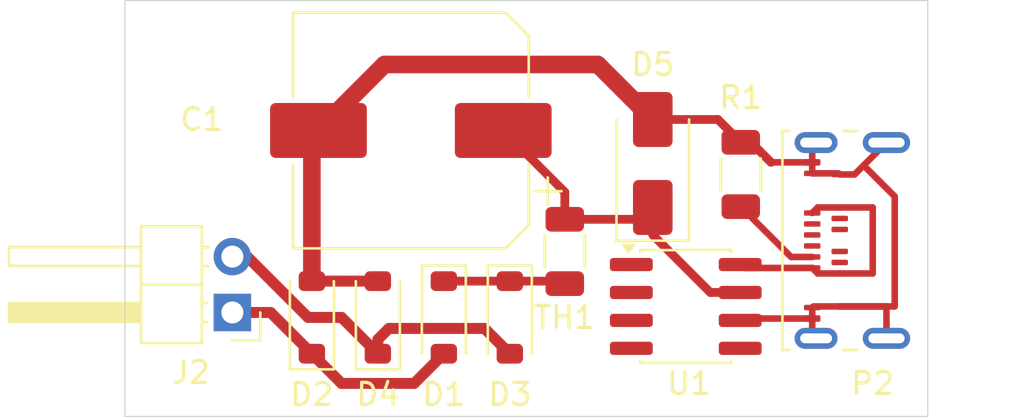
<source format=kicad_pcb>
(kicad_pcb (version 20241229) (generator "pcbnew") (generator_version "9.0")
  (layers (0 "F.Cu" signal) (2 "B.Cu" signal) (13 "F.Paste" user) (15 "B.Paste" user) (5 "F.SilkS" user "F.Silkscreen") (7 "B.SilkS" user "B.Silkscreen") (1 "F.Mask" user) (3 "B.Mask" user) (25 "Edge.Cuts" user))
  (net 0 "")
  (net 1 "Net-(D1-K)")
  (net 2 "/Dynamo")
  (net 3 "Net-(D2-A)")
  (net 4 "Net-(D5-A1)")
  (net 6 "Net-(P2-CC)")
  (net 7 "Net-(U1-OUT)")
  (net 15 "/Dynamo_minus")
  (footprint "Connector_PinHeader_2.54mm:PinHeader_1x02_P2.54mm_Horizontal" (layer "F.Cu") (at 73.885 49.275 180)
    (property "Reference" "J2" (at 1.885 -2.725 0) (layer "F.SilkS"))
    (property "Value" "Conn_01x02_Socket")
    (fp_line (start 10.15 2.97) (end 4.15 2.97) (stroke (width 0.12)) (layer "F.SilkS"))
    (fp_line (start 10.15 2.11) (end 10.15 2.97) (stroke (width 0.12)) (layer "F.SilkS"))
    (fp_line (start 4.15 3.92) (end 4.15 -1.38) (stroke (width 0.12)) (layer "F.SilkS"))
    (fp_line (start 4.15 2.11) (end 10.15 2.11) (stroke (width 0.12)) (layer "F.SilkS"))
    (fp_line (start 4.15 -1.38) (end 1.39 -1.38) (stroke (width 0.12)) (layer "F.SilkS"))
    (fp_line (start 1.39 3.92) (end 4.15 3.92) (stroke (width 0.12)) (layer "F.SilkS"))
    (fp_line (start 1.39 1.27) (end 4.15 1.27) (stroke (width 0.12)) (layer "F.SilkS"))
    (fp_line (start 1.39 -1.38) (end 1.39 3.92) (stroke (width 0.12)) (layer "F.SilkS"))
    (fp_line (start 1.16 0.43) (end 1.39 0.43) (stroke (width 0.12)) (layer "F.SilkS"))
    (fp_line (start 1.16 -0.43) (end 1.39 -0.43) (stroke (width 0.12)) (layer "F.SilkS"))
    (fp_line (start 1.077358 2.97) (end 1.39 2.97) (stroke (width 0.12)) (layer "F.SilkS"))
    (fp_line (start 1.077358 2.11) (end 1.39 2.11) (stroke (width 0.12)) (layer "F.SilkS"))
    (fp_line (start -1.27 0) (end -1.27 -1.27) (stroke (width 0.12)) (layer "F.SilkS"))
    (fp_line (start -1.27 -1.27) (end 0 -1.27) (stroke (width 0.12)) (layer "F.SilkS"))
    (fp_rect (start 4.15 -0.43) (end 10.15 0.43) (stroke (width 0.12)) (fill yes) (layer "F.SilkS"))
    (pad "1" thru_hole rect (at 0 0 180) (size 1.7 1.7) (drill 1) (layers "*.Cu" "*.Mask") (net 15 "/Dynamo_minus"))
    (pad "2" thru_hole circle (at 0 2.54 180) (size 1.7 1.7) (drill 1) (layers "*.Cu" "*.Mask") (net 2 "/Dynamo"))
  )
  (footprint "Resistor_SMD:R_1206_3216Metric" (layer "F.Cu") (at 89 46.5 -90)
    (property "Reference" "TH1" (at 3 0 180) (layer "F.SilkS"))
    (property "Value" "Littelfuse 1206L050WR")
    (fp_line (start -0.727064 0.91) (end 0.727064 0.91) (stroke (width 0.12)) (layer "F.SilkS"))
    (fp_line (start -0.727064 -0.91) (end 0.727064 -0.91) (stroke (width 0.12)) (layer "F.SilkS"))
    (pad "1" smd roundrect (at -1.4625 0 270) (size 1.125 1.75) (layers "F.Cu" "F.Mask" "F.Paste") (roundrect_rratio 0.222222) (net 4 "Net-(D5-A1)"))
    (pad "2" smd roundrect (at 1.4625 0 270) (size 1.125 1.75) (layers "F.Cu" "F.Mask" "F.Paste") (roundrect_rratio 0.222222) (net 1 "Net-(D1-K)"))
  )
  (footprint "Diode_SMD:D_SOD-123" (layer "F.Cu") (at 83.5 49.5 -90)
    (property "Reference" "D1" (at 3.5 0 180) (layer "F.SilkS"))
    (property "Value" "1N5819")
    (fp_line (start -2.36 1) (end 1.65 1) (stroke (width 0.12)) (layer "F.SilkS"))
    (fp_line (start -2.36 -1) (end -2.36 1) (stroke (width 0.12)) (layer "F.SilkS"))
    (fp_line (start -2.36 -1) (end 1.65 -1) (stroke (width 0.12)) (layer "F.SilkS"))
    (pad "1" smd roundrect (at -1.65 0 270) (size 0.9 1.2) (layers "F.Cu" "F.Mask" "F.Paste") (net 1 "Net-(D1-K)"))
    (pad "2" smd roundrect (at 1.65 0 270) (size 0.9 1.2) (layers "F.Cu" "F.Mask" "F.Paste") (net 15 "/Dynamo_minus"))
  )
  (footprint "Package_SO:SOIC-8_3.9x4.9mm_P1.27mm" (layer "F.Cu") (at 94.5 49)
    (property "Reference" "U1" (at 0.15 3.5 0) (layer "F.SilkS"))
    (property "Value" "LM2594HVM-5.0")
    (fp_line (start -2.06 -2.56) (end 2.06 -2.56) (stroke (width 0.12)) (layer "F.SilkS"))
    (fp_line (start -2.06 -2.465) (end -2.06 -2.56) (stroke (width 0.12)) (layer "F.SilkS"))
    (fp_line (start -2.06 2.56) (end -2.06 2.465) (stroke (width 0.12)) (layer "F.SilkS"))
    (fp_line (start 2.06 -2.56) (end 2.06 -2.465) (stroke (width 0.12)) (layer "F.SilkS"))
    (fp_line (start 2.06 2.465) (end 2.06 2.56) (stroke (width 0.12)) (layer "F.SilkS"))
    (fp_line (start 2.06 2.56) (end -2.06 2.56) (stroke (width 0.12)) (layer "F.SilkS"))
    (fp_poly (pts (xy -2.6 -2.47) (xy -2.84 -2.8) (xy -2.36 -2.8)) (stroke (width 0.12)) (fill yes) (layer "F.SilkS"))
    (pad "1" smd roundrect (at -2.475 -1.905) (size 1.95 0.6) (layers "F.Cu" "F.Mask" "F.Paste"))
    (pad "2" smd roundrect (at -2.475 -0.635) (size 1.95 0.6) (layers "F.Cu" "F.Mask" "F.Paste"))
    (pad "3" smd roundrect (at -2.475 0.635) (size 1.95 0.6) (layers "F.Cu" "F.Mask" "F.Paste"))
    (pad "4" smd roundrect (at -2.475 1.905) (size 1.95 0.6) (layers "F.Cu" "F.Mask" "F.Paste"))
    (pad "5" smd roundrect (at 2.475 1.905) (size 1.95 0.6) (layers "F.Cu" "F.Mask" "F.Paste"))
    (pad "6" smd roundrect (at 2.475 0.635) (size 1.95 0.6) (layers "F.Cu" "F.Mask" "F.Paste") (net 3 "Net-(D2-A)"))
    (pad "7" smd roundrect (at 2.475 -0.635) (size 1.95 0.6) (layers "F.Cu" "F.Mask" "F.Paste") (net 4 "Net-(D5-A1)"))
    (pad "8" smd roundrect (at 2.475 -1.905) (size 1.95 0.6) (layers "F.Cu" "F.Mask" "F.Paste") (net 7 "Net-(U1-OUT)"))
  )
  (footprint "Connector_USB:USB_C_Receptacle_Amphenol_124019772112A" (layer "F.Cu") (at 103.45 46 90)
    (property "Reference" "P2" (hide yes))
    (property "Value" "USB_C_Plug_USB2.0")
    (fp_line (start 4.98 -4.555) (end -4.98 -4.555) (stroke (width 0.12)) (layer "F.SilkS"))
    (fp_line (start -4.98 -4.555) (end -4.98 -4.26) (stroke (width 0.12)) (layer "F.SilkS"))
    (fp_line (start 4.98 -4.26) (end 4.98 -4.555) (stroke (width 0.12)) (layer "F.SilkS"))
    (fp_line (start 4.98 -1.16) (end 4.98 -1.79) (stroke (width 0.12)) (layer "F.SilkS"))
    (fp_line (start -4.98 -1.16) (end -4.98 -1.79) (stroke (width 0.12)) (layer "F.SilkS"))
    (fp_text user "${REFERENCE}" (at -6.5 -0.45 0) (layer "F.SilkS"))
    (pad "A1" smd roundrect (at -3.55 -3.2 90) (size 0.3 0.75) (layers "F.Cu" "F.Mask" "F.Paste") (net 3 "Net-(D2-A)"))
    (pad "A1" smd roundrect (at -3.05 -3.2 90) (size 0.25 0.75) (layers "F.Cu" "F.Mask" "F.Paste") (net 3 "Net-(D2-A)"))
    (pad "A1" smd roundrect (at 3.55 -3.2 90) (size 0.3 0.75) (layers "F.Cu" "F.Mask" "F.Paste") (net 3 "Net-(D2-A)"))
    (pad "A4" smd roundrect (at -1.25 -3.2 90) (size 0.25 0.75) (layers "F.Cu" "F.Mask" "F.Paste") (net 7 "Net-(U1-OUT)"))
    (pad "A5" smd roundrect (at -0.75 -3.2 90) (size 0.25 0.75) (layers "F.Cu" "F.Mask" "F.Paste") (net 6 "Net-(P2-CC)"))
    (pad "A6" smd roundrect (at -0.25 -3.2 90) (size 0.25 0.75) (layers "F.Cu" "F.Mask" "F.Paste"))
    (pad "A7" smd roundrect (at 0.25 -3.2 90) (size 0.25 0.75) (layers "F.Cu" "F.Mask" "F.Paste"))
    (pad "A8" smd roundrect (at 0.75 -3.2 90) (size 0.25 0.75) (layers "F.Cu" "F.Mask" "F.Paste"))
    (pad "A9" smd roundrect (at 1.25 -3.2 90) (size 0.25 0.75) (layers "F.Cu" "F.Mask" "F.Paste") (net 7 "Net-(U1-OUT)"))
    (pad "A12" smd roundrect (at 3.05 -3.2 90) (size 0.25 0.75) (layers "F.Cu" "F.Mask" "F.Paste") (net 3 "Net-(D2-A)"))
    (pad "B1" smd roundrect (at 3 -1.95 90) (size 0.25 0.75) (layers "F.Cu" "F.Mask" "F.Paste") (net 3 "Net-(D2-A)"))
    (pad "B4" smd roundrect (at 1.5 -1.95 90) (size 0.25 0.75) (layers "F.Cu" "F.Mask" "F.Paste") (net 7 "Net-(U1-OUT)"))
    (pad "B5" smd roundrect (at 1 -1.95 90) (size 0.25 0.75) (layers "F.Cu" "F.Mask" "F.Paste"))
    (pad "B6" smd roundrect (at 0.5 -1.95 90) (size 0.25 0.75) (layers "F.Cu" "F.Mask" "F.Paste"))
    (pad "B7" smd roundrect (at -0.5 -1.95 90) (size 0.25 0.75) (layers "F.Cu" "F.Mask" "F.Paste"))
    (pad "B8" smd roundrect (at -1 -1.95 90) (size 0.25 0.75) (layers "F.Cu" "F.Mask" "F.Paste"))
    (pad "B9" smd roundrect (at -1.5 -1.95 90) (size 0.25 0.75) (layers "F.Cu" "F.Mask" "F.Paste") (net 7 "Net-(U1-OUT)"))
    (pad "B12" smd roundrect (at -3 -1.95 90) (size 0.25 0.75) (layers "F.Cu" "F.Mask" "F.Paste") (net 3 "Net-(D2-A)"))
    (pad "S1" thru_hole oval (at -4.45 -3.025 90) (size 0.95 1.95) (drill oval 0.45 1.45) (property pad_prop_heatsink) (layers "*.Cu" "*.Mask") (net 3 "Net-(D2-A)"))
    (pad "S1" thru_hole oval (at -4.45 0.175 90) (size 0.95 2.15) (drill oval 0.45 1.65) (property pad_prop_heatsink) (layers "*.Cu" "*.Mask") (net 3 "Net-(D2-A)"))
    (pad "S1" thru_hole oval (at 4.45 -3.025 90) (size 0.95 1.95) (drill oval 0.45 1.45) (property pad_prop_heatsink) (layers "*.Cu" "*.Mask") (net 3 "Net-(D2-A)"))
    (pad "S1" thru_hole oval (at 4.45 0.175 90) (size 0.95 2.15) (drill oval 0.45 1.65) (property pad_prop_heatsink) (layers "*.Cu" "*.Mask") (net 3 "Net-(D2-A)"))
  )
  (footprint "Diode_SMD:D_SMA" (layer "F.Cu") (at 93 42.5 90)
    (property "Reference" "D5" (at 4.5 0 180) (layer "F.SilkS"))
    (property "Value" "SMAJ30A")
    (fp_line (start -3.51 -1.65) (end 2 -1.65) (stroke (width 0.12)) (layer "F.SilkS"))
    (fp_line (start -3.51 -1.65) (end -3.51 1.65) (stroke (width 0.12)) (layer "F.SilkS"))
    (fp_line (start -3.51 1.65) (end 2 1.65) (stroke (width 0.12)) (layer "F.SilkS"))
    (pad "1" smd roundrect (at -2 0 90) (size 2.5 1.8) (layers "F.Cu" "F.Mask" "F.Paste") (roundrect_rratio 0.1388888889) (net 4 "Net-(D5-A1)"))
    (pad "2" smd roundrect (at 2 0 90) (size 2.5 1.8) (layers "F.Cu" "F.Mask" "F.Paste") (roundrect_rratio 0.1388888889) (net 3 "Net-(D2-A)"))
  )
  (footprint "Capacitor_SMD:CP_Elec_10x10.5" (layer "F.Cu") (at 82 41 180)
    (property "Reference" "C1" (hide yes))
    (property "Value" "470µ")
    (fp_line (start 5.36 5.36) (end 5.36 1.51) (stroke (width 0.12)) (layer "F.SilkS"))
    (fp_line (start 5.36 -5.36) (end 5.36 -1.51) (stroke (width 0.12)) (layer "F.SilkS"))
    (fp_line (start -4.295563 5.36) (end 5.36 5.36) (stroke (width 0.12)) (layer "F.SilkS"))
    (fp_line (start -4.295563 -5.36) (end 5.36 -5.36) (stroke (width 0.12)) (layer "F.SilkS"))
    (fp_line (start -5.36 4.295563) (end -4.295563 5.36) (stroke (width 0.12)) (layer "F.SilkS"))
    (fp_line (start -5.36 4.295563) (end -5.36 1.51) (stroke (width 0.12)) (layer "F.SilkS"))
    (fp_line (start -5.36 -4.295563) (end -4.295563 -5.36) (stroke (width 0.12)) (layer "F.SilkS"))
    (fp_line (start -5.36 -4.295563) (end -5.36 -1.51) (stroke (width 0.12)) (layer "F.SilkS"))
    (fp_line (start -6.225 -3.385) (end -6.225 -2.135) (stroke (width 0.12)) (layer "F.SilkS"))
    (fp_line (start -6.85 -2.76) (end -5.6 -2.76) (stroke (width 0.12)) (layer "F.SilkS"))
    (fp_text user "${REFERENCE}" (at 9.5 0.5 0) (layer "F.SilkS"))
    (pad "1" smd roundrect (at -4.2 0 180) (size 4.4 2.5) (layers "F.Cu" "F.Mask" "F.Paste") (roundrect_rratio 0.1) (net 4 "Net-(D5-A1)"))
    (pad "2" smd roundrect (at 4.2 0 180) (size 4.4 2.5) (layers "F.Cu" "F.Mask" "F.Paste") (roundrect_rratio 0.1) (net 3 "Net-(D2-A)"))
  )
  (footprint "Diode_SMD:D_SOD-123" (layer "F.Cu") (at 77.5 49.5 90)
    (property "Reference" "D2" (at -3.5 0 180) (layer "F.SilkS"))
    (property "Value" "1N5819")
    (fp_line (start -2.36 -1) (end 1.65 -1) (stroke (width 0.12)) (layer "F.SilkS"))
    (fp_line (start -2.36 -1) (end -2.36 1) (stroke (width 0.12)) (layer "F.SilkS"))
    (fp_line (start -2.36 1) (end 1.65 1) (stroke (width 0.12)) (layer "F.SilkS"))
    (pad "1" smd roundrect (at -1.65 0 90) (size 0.9 1.2) (layers "F.Cu" "F.Mask" "F.Paste") (net 15 "/Dynamo_minus"))
    (pad "2" smd roundrect (at 1.65 0 90) (size 0.9 1.2) (layers "F.Cu" "F.Mask" "F.Paste") (net 3 "Net-(D2-A)"))
  )
  (footprint "Resistor_SMD:R_1206_3216Metric" (layer "F.Cu") (at 97 43 90)
    (property "Reference" "R1" (at 3.5 0 180) (layer "F.SilkS"))
    (property "Value" "5.1k")
    (fp_line (start -0.727064 -0.91) (end 0.727064 -0.91) (stroke (width 0.12)) (layer "F.SilkS"))
    (fp_line (start -0.727064 0.91) (end 0.727064 0.91) (stroke (width 0.12)) (layer "F.SilkS"))
    (pad "1" smd roundrect (at -1.4625 0 90) (size 1.125 1.75) (layers "F.Cu" "F.Mask" "F.Paste") (roundrect_rratio 0.222222) (net 6 "Net-(P2-CC)"))
    (pad "2" smd roundrect (at 1.4625 0 90) (size 1.125 1.75) (layers "F.Cu" "F.Mask" "F.Paste") (roundrect_rratio 0.222222) (net 3 "Net-(D2-A)"))
  )
  (footprint "Diode_SMD:D_SOD-123" (layer "F.Cu") (at 86.5 49.5 -90)
    (property "Reference" "D3" (at 3.5 0 180) (layer "F.SilkS"))
    (property "Value" "1N5819")
    (fp_line (start -2.36 1) (end 1.65 1) (stroke (width 0.12)) (layer "F.SilkS"))
    (fp_line (start -2.36 -1) (end -2.36 1) (stroke (width 0.12)) (layer "F.SilkS"))
    (fp_line (start -2.36 -1) (end 1.65 -1) (stroke (width 0.12)) (layer "F.SilkS"))
    (pad "1" smd roundrect (at -1.65 0 270) (size 0.9 1.2) (layers "F.Cu" "F.Mask" "F.Paste") (net 1 "Net-(D1-K)"))
    (pad "2" smd roundrect (at 1.65 0 270) (size 0.9 1.2) (layers "F.Cu" "F.Mask" "F.Paste") (net 2 "/Dynamo"))
  )
  (footprint "Diode_SMD:D_SOD-123" (layer "F.Cu") (at 80.5 49.5 90)
    (property "Reference" "D4" (at -3.5 0 180) (layer "F.SilkS"))
    (property "Value" "1N5819")
    (fp_line (start -2.36 -1) (end 1.65 -1) (stroke (width 0.12)) (layer "F.SilkS"))
    (fp_line (start -2.36 -1) (end -2.36 1) (stroke (width 0.12)) (layer "F.SilkS"))
    (fp_line (start -2.36 1) (end 1.65 1) (stroke (width 0.12)) (layer "F.SilkS"))
    (pad "1" smd roundrect (at -1.65 0 90) (size 0.9 1.2) (layers "F.Cu" "F.Mask" "F.Paste") (net 2 "/Dynamo"))
    (pad "2" smd roundrect (at 1.65 0 90) (size 0.9 1.2) (layers "F.Cu" "F.Mask" "F.Paste") (net 3 "Net-(D2-A)"))
  )
  (gr_rect (start 69 35.092104) (end 105.5 54) (stroke (width 0.05)) (fill no) (layer "Edge.Cuts"))
  (segment (start 83.5 47.85) (end 88.8875 47.85) (width 0.4) (layer "F.Cu") (net 1))
  (segment (start 88.8875 47.85) (end 89 47.9625) (width 0.2) (layer "F.Cu") (net 1))
  (segment (start 78.85 49.5) (end 80.5 51.15) (width 0.5) (layer "F.Cu") (net 2))
  (segment (start 80.5 50.5) (end 81 50) (width 0.5) (layer "F.Cu") (net 2))
  (segment (start 73.885 46.735) (end 74.56 46.735) (width 0.2) (layer "F.Cu") (net 2))
  (segment (start 80.5 51.15) (end 80.5 50.5) (width 0.5) (layer "F.Cu") (net 2))
  (segment (start 74.56 46.735) (end 77.325 49.5) (width 0.5) (layer "F.Cu") (net 2))
  (segment (start 81 50) (end 85.35 50) (width 0.5) (layer "F.Cu") (net 2))
  (segment (start 85.35 50) (end 86.5 51.15) (width 0.5) (layer "F.Cu") (net 2))
  (segment (start 77.325 49.5) (end 78.85 49.5) (width 0.5) (layer "F.Cu") (net 2))
  (segment (start 100.25 41.725) (end 100.425 41.55) (width 0.2) (layer "F.Cu") (net 3))
  (segment (start 101.5 49) (end 100.3 49) (width 0.3) (layer "F.Cu") (net 3))
  (segment (start 77.8 41) (end 80.8 38) (width 0.8) (layer "F.Cu") (net 3))
  (segment (start 101.5 43) (end 102.175 43) (width 0.3) (layer "F.Cu") (net 3))
  (segment (start 101.45 42.95) (end 101.5 43) (width 0.2) (layer "F.Cu") (net 3))
  (segment (start 100.25 49.55) (end 97.06 49.55) (width 0.3) (layer "F.Cu") (net 3))
  (segment (start 98.375 42.45) (end 100.25 42.45) (width 0.3) (layer "F.Cu") (net 3))
  (segment (start 77.5 47.85) (end 77.5 41.3) (width 0.8) (layer "F.Cu") (net 3))
  (segment (start 77.5 41.3) (end 77.8 41) (width 0.2) (layer "F.Cu") (net 3))
  (segment (start 104 44) (end 102.5875 42.5875) (width 0.3) (layer "F.Cu") (net 3))
  (segment (start 102.175 43) (end 102.5875 42.5875) (width 0.3) (layer "F.Cu") (net 3))
  (segment (start 100.25 49.55) (end 100.25 50.275) (width 0.3) (layer "F.Cu") (net 3))
  (segment (start 104 49) (end 104 44) (width 0.3) (layer "F.Cu") (net 3))
  (segment (start 100.3 49) (end 100.25 49.05) (width 0.2) (layer "F.Cu") (net 3))
  (segment (start 97 41.5375) (end 97.4625 41.5375) (width 0.2) (layer "F.Cu") (net 3))
  (segment (start 100.25 42.95) (end 101.45 42.95) (width 0.3) (layer "F.Cu") (net 3))
  (segment (start 95.9625 40.5) (end 97 41.5375) (width 0.4) (layer "F.Cu") (net 3))
  (segment (start 100.25 42.45) (end 100.25 42.95) (width 0.3) (layer "F.Cu") (net 3))
  (segment (start 80.8 38) (end 90.5 38) (width 0.8) (layer "F.Cu") (net 3))
  (segment (start 77.5 47.85) (end 80.5 47.85) (width 0.5) (layer "F.Cu") (net 3))
  (segment (start 97.4625 41.5375) (end 98.375 42.45) (width 0.4) (layer "F.Cu") (net 3))
  (segment (start 100.25 49.55) (end 100.25 49.05) (width 0.3) (layer "F.Cu") (net 3))
  (segment (start 101.5 49) (end 104 49) (width 0.3) (layer "F.Cu") (net 3))
  (segment (start 97.06 49.55) (end 96.975 49.635) (width 0.2) (layer "F.Cu") (net 3))
  (segment (start 93 40.5) (end 95.9625 40.5) (width 0.4) (layer "F.Cu") (net 3))
  (segment (start 100.25 50.275) (end 100.425 50.45) (width 0.2) (layer "F.Cu") (net 3))
  (segment (start 90.5 38) (end 93 40.5) (width 0.8) (layer "F.Cu") (net 3))
  (segment (start 102.5875 42.5875) (end 103.625 41.55) (width 0.3) (layer "F.Cu") (net 3))
  (segment (start 100.25 42.45) (end 100.25 41.725) (width 0.3) (layer "F.Cu") (net 3))
  (segment (start 101.5 49) (end 103.625 49) (width 0.3) (layer "F.Cu") (net 3))
  (segment (start 103.625 49) (end 103.625 50.45) (width 0.3) (layer "F.Cu") (net 3))
  (segment (start 89 43.8) (end 89 45.0375) (width 0.4) (layer "F.Cu") (net 4))
  (segment (start 95.615 48.365) (end 96.975 48.365) (width 0.4) (layer "F.Cu") (net 4))
  (segment (start 92.4625 45.0375) (end 93 44.5) (width 0.2) (layer "F.Cu") (net 4))
  (segment (start 89 45.0375) (end 92.4625 45.0375) (width 0.4) (layer "F.Cu") (net 4))
  (segment (start 86.2 41) (end 89 43.8) (width 0.4) (layer "F.Cu") (net 4))
  (segment (start 93 44.5) (end 93 45.75) (width 0.2) (layer "F.Cu") (net 4))
  (segment (start 93 45.75) (end 95.615 48.365) (width 0.4) (layer "F.Cu") (net 4))
  (segment (start 99.2875 46.75) (end 100.25 46.75) (width 0.3) (layer "F.Cu") (net 6))
  (segment (start 97 44.4625) (end 99.2875 46.75) (width 0.3) (layer "F.Cu") (net 6))
  (segment (start 101.5 47.5) (end 103 47.5) (width 0.3) (layer "F.Cu") (net 7))
  (segment (start 96.975 47.095) (end 97.13 47.25) (width 0.2) (layer "F.Cu") (net 7))
  (segment (start 100.25 47.25) (end 100.5 47.5) (width 0.3) (layer "F.Cu") (net 7))
  (segment (start 100.25 44.75) (end 100.5 44.5) (width 0.3) (layer "F.Cu") (net 7))
  (segment (start 103 47.5) (end 103 44.5) (width 0.3) (layer "F.Cu") (net 7))
  (segment (start 97.13 47.25) (end 100.25 47.25) (width 0.3) (layer "F.Cu") (net 7))
  (segment (start 100.5 47.5) (end 101.5 47.5) (width 0.3) (layer "F.Cu") (net 7))
  (segment (start 100.5 44.5) (end 101.5 44.5) (width 0.3) (layer "F.Cu") (net 7))
  (segment (start 103 44.5) (end 101.5 44.5) (width 0.3) (layer "F.Cu") (net 7))
  (segment (start 83.5 51.15) (end 82.15 52.5) (width 0.5) (layer "F.Cu") (net 15))
  (segment (start 82.15 52.5) (end 78.85 52.5) (width 0.5) (layer "F.Cu") (net 15))
  (segment (start 78.85 52.5) (end 77.5 51.15) (width 0.5) (layer "F.Cu") (net 15))
  (segment (start 75.625 49.275) (end 77.5 51.15) (width 0.5) (layer "F.Cu") (net 15))
  (segment (start 73.885 49.275) (end 75.625 49.275) (width 0.5) (layer "F.Cu") (net 15))
)
</source>
